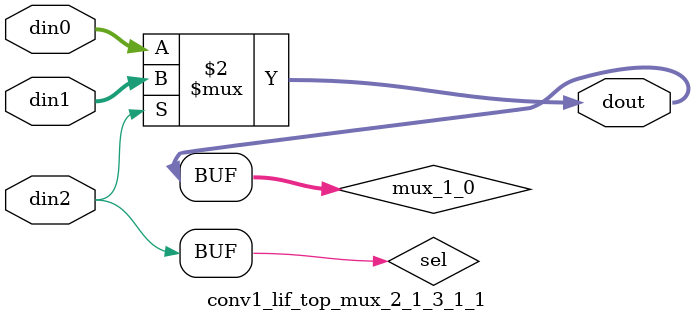
<source format=v>

`timescale 1ns/1ps

module conv1_lif_top_mux_2_1_3_1_1 #(
parameter
    ID                = 0,
    NUM_STAGE         = 1,
    din0_WIDTH       = 32,
    din1_WIDTH       = 32,
    din2_WIDTH         = 32,
    dout_WIDTH            = 32
)(
    input  [2 : 0]     din0,
    input  [2 : 0]     din1,
    input  [0 : 0]    din2,
    output [2 : 0]   dout);

// puts internal signals
wire [0 : 0]     sel;
// level 1 signals
wire [2 : 0]         mux_1_0;

assign sel = din2;

// Generate level 1 logic
assign mux_1_0 = (sel[0] == 0)? din0 : din1;

// output logic
assign dout = mux_1_0;

endmodule

</source>
